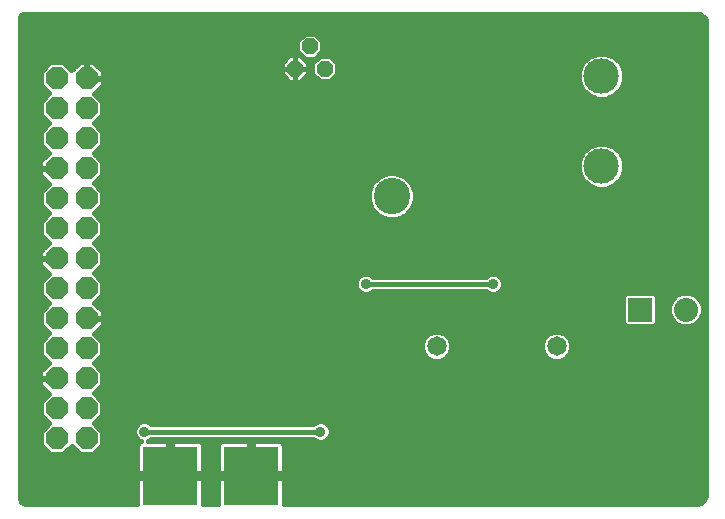
<source format=gbl>
G75*
%MOIN*%
%OFA0B0*%
%FSLAX24Y24*%
%IPPOS*%
%LPD*%
%AMOC8*
5,1,8,0,0,1.08239X$1,22.5*
%
%ADD10OC8,0.0740*%
%ADD11OC8,0.0520*%
%ADD12C,0.1181*%
%ADD13C,0.1210*%
%ADD14C,0.0650*%
%ADD15R,0.0800X0.0800*%
%ADD16C,0.0800*%
%ADD17R,0.1831X0.1969*%
%ADD18C,0.0160*%
%ADD19C,0.0356*%
D10*
X002050Y002770D03*
X003050Y002770D03*
X003050Y003770D03*
X002050Y003770D03*
X002050Y004770D03*
X003050Y004770D03*
X003050Y005770D03*
X002050Y005770D03*
X002050Y006770D03*
X003050Y006770D03*
X003050Y007770D03*
X002050Y007770D03*
X002050Y008770D03*
X003050Y008770D03*
X003050Y009770D03*
X002050Y009770D03*
X002050Y010770D03*
X003050Y010770D03*
X003050Y011770D03*
X002050Y011770D03*
X002050Y012770D03*
X003050Y012770D03*
X003050Y013770D03*
X002050Y013770D03*
X002050Y014770D03*
X003050Y014770D03*
D11*
X009990Y015090D03*
X010490Y015840D03*
X010990Y015090D03*
D12*
X020214Y014841D03*
X020214Y011837D03*
D13*
X013222Y010837D03*
D14*
X014718Y005837D03*
X018718Y005837D03*
D15*
X021505Y007055D03*
D16*
X023023Y007055D03*
D17*
X008528Y001517D03*
X005832Y001517D03*
D18*
X000856Y000665D02*
X000824Y000742D01*
X000820Y000784D01*
X000820Y016768D01*
X000825Y016802D01*
X000859Y016862D01*
X000919Y016897D01*
X000954Y016901D01*
X023439Y016901D01*
X023488Y016896D01*
X023579Y016859D01*
X023648Y016790D01*
X023685Y016699D01*
X023690Y016650D01*
X023690Y000902D01*
X023684Y000837D01*
X023634Y000717D01*
X023543Y000626D01*
X023423Y000576D01*
X023358Y000570D01*
X009624Y000570D01*
X009624Y001437D01*
X008608Y001437D01*
X008608Y001597D01*
X008448Y001597D01*
X008448Y001437D01*
X007433Y001437D01*
X007433Y000570D01*
X006927Y000570D01*
X006927Y001437D01*
X005912Y001437D01*
X005912Y001597D01*
X006927Y001597D01*
X006927Y002525D01*
X006915Y002571D01*
X006891Y002612D01*
X006857Y002645D01*
X006816Y002669D01*
X006771Y002681D01*
X005912Y002681D01*
X005912Y001597D01*
X005752Y001597D01*
X005752Y002681D01*
X005103Y002681D01*
X005164Y002706D01*
X005210Y002753D01*
X010606Y002753D01*
X010653Y002706D01*
X010777Y002655D01*
X010912Y002655D01*
X011036Y002706D01*
X011131Y002801D01*
X011183Y002926D01*
X011183Y003060D01*
X011131Y003185D01*
X011036Y003280D01*
X010912Y003331D01*
X010777Y003331D01*
X010653Y003280D01*
X010606Y003233D01*
X005210Y003233D01*
X005164Y003280D01*
X005039Y003331D01*
X004905Y003331D01*
X004780Y003280D01*
X004685Y003185D01*
X004634Y003060D01*
X004634Y002926D01*
X004685Y002801D01*
X004780Y002706D01*
X004861Y002673D01*
X004847Y002669D01*
X004806Y002645D01*
X004772Y002612D01*
X004748Y002571D01*
X004736Y002525D01*
X004736Y001597D01*
X005752Y001597D01*
X005752Y001437D01*
X004736Y001437D01*
X004736Y000570D01*
X001034Y000570D01*
X000992Y000574D01*
X000915Y000606D01*
X000856Y000665D01*
X000865Y000656D02*
X004736Y000656D01*
X004736Y000814D02*
X000820Y000814D01*
X000820Y000973D02*
X004736Y000973D01*
X004736Y001131D02*
X000820Y001131D01*
X000820Y001290D02*
X004736Y001290D01*
X004736Y001607D02*
X000820Y001607D01*
X000820Y001765D02*
X004736Y001765D01*
X004736Y001924D02*
X000820Y001924D01*
X000820Y002082D02*
X004736Y002082D01*
X004736Y002241D02*
X003270Y002241D01*
X003270Y002240D02*
X003580Y002550D01*
X003580Y002990D01*
X003300Y003270D01*
X003580Y003550D01*
X003580Y003990D01*
X003300Y004270D01*
X003580Y004550D01*
X003580Y004990D01*
X003300Y005270D01*
X003580Y005550D01*
X003580Y005990D01*
X003314Y006256D01*
X003600Y006542D01*
X003600Y006750D01*
X003070Y006750D01*
X003070Y006790D01*
X003600Y006790D01*
X003600Y006998D01*
X003314Y007284D01*
X003580Y007550D01*
X003580Y007990D01*
X003300Y008270D01*
X003580Y008550D01*
X003580Y008990D01*
X003300Y009270D01*
X003580Y009550D01*
X003580Y009990D01*
X003300Y010270D01*
X003580Y010550D01*
X003580Y010990D01*
X003300Y011270D01*
X003580Y011550D01*
X003580Y011990D01*
X003300Y012270D01*
X003580Y012550D01*
X003580Y012990D01*
X003300Y013270D01*
X003580Y013550D01*
X003580Y013990D01*
X003314Y014256D01*
X003600Y014542D01*
X003600Y014750D01*
X003070Y014750D01*
X003070Y014790D01*
X003600Y014790D01*
X003600Y014998D01*
X003278Y015320D01*
X003070Y015320D01*
X003070Y014790D01*
X003030Y014790D01*
X003030Y015320D01*
X002822Y015320D01*
X002536Y015034D01*
X002270Y015300D01*
X001830Y015300D01*
X001520Y014990D01*
X001520Y014550D01*
X001800Y014270D01*
X001520Y013990D01*
X001520Y013550D01*
X001800Y013270D01*
X001520Y012990D01*
X001520Y012550D01*
X001786Y012284D01*
X001500Y011998D01*
X001500Y011790D01*
X002030Y011790D01*
X002030Y011750D01*
X001500Y011750D01*
X001500Y011542D01*
X001786Y011256D01*
X001520Y010990D01*
X001520Y010550D01*
X001800Y010270D01*
X001520Y009990D01*
X001520Y009550D01*
X001786Y009284D01*
X001500Y008998D01*
X001500Y008790D01*
X002030Y008790D01*
X002030Y008750D01*
X001500Y008750D01*
X001500Y008542D01*
X001786Y008256D01*
X001520Y007990D01*
X001520Y007550D01*
X001800Y007270D01*
X001520Y006990D01*
X001520Y006550D01*
X001800Y006270D01*
X001520Y005990D01*
X001520Y005550D01*
X001786Y005284D01*
X001500Y004998D01*
X001500Y004790D01*
X002030Y004790D01*
X002030Y004750D01*
X001500Y004750D01*
X001500Y004542D01*
X001786Y004256D01*
X001520Y003990D01*
X001520Y003550D01*
X001800Y003270D01*
X001520Y002990D01*
X001520Y002550D01*
X001830Y002240D01*
X002270Y002240D01*
X002550Y002520D01*
X002830Y002240D01*
X003270Y002240D01*
X003429Y002399D02*
X004736Y002399D01*
X004745Y002558D02*
X003580Y002558D01*
X003580Y002716D02*
X004771Y002716D01*
X004655Y002875D02*
X003580Y002875D01*
X003537Y003033D02*
X004634Y003033D01*
X004692Y003192D02*
X003378Y003192D01*
X003380Y003350D02*
X023690Y003350D01*
X023690Y003192D02*
X011124Y003192D01*
X011183Y003033D02*
X023690Y003033D01*
X023690Y002875D02*
X011161Y002875D01*
X011046Y002716D02*
X023690Y002716D01*
X023690Y002558D02*
X009615Y002558D01*
X009612Y002571D02*
X009588Y002612D01*
X009554Y002645D01*
X009513Y002669D01*
X009467Y002681D01*
X008608Y002681D01*
X008608Y001597D01*
X009624Y001597D01*
X009624Y002525D01*
X009612Y002571D01*
X009624Y002399D02*
X023690Y002399D01*
X023690Y002241D02*
X009624Y002241D01*
X009624Y002082D02*
X023690Y002082D01*
X023690Y001924D02*
X009624Y001924D01*
X009624Y001765D02*
X023690Y001765D01*
X023690Y001607D02*
X009624Y001607D01*
X009624Y001290D02*
X023690Y001290D01*
X023690Y001448D02*
X008608Y001448D01*
X008608Y001607D02*
X008448Y001607D01*
X008448Y001597D02*
X008448Y002681D01*
X007589Y002681D01*
X007544Y002669D01*
X007503Y002645D01*
X007469Y002612D01*
X007445Y002571D01*
X007433Y002525D01*
X007433Y001597D01*
X008448Y001597D01*
X008448Y001448D02*
X005912Y001448D01*
X005912Y001607D02*
X005752Y001607D01*
X005752Y001765D02*
X005912Y001765D01*
X005912Y001924D02*
X005752Y001924D01*
X005752Y002082D02*
X005912Y002082D01*
X005912Y002241D02*
X005752Y002241D01*
X005752Y002399D02*
X005912Y002399D01*
X005912Y002558D02*
X005752Y002558D01*
X005173Y002716D02*
X010643Y002716D01*
X010845Y002993D02*
X004972Y002993D01*
X003538Y003509D02*
X023690Y003509D01*
X023690Y003667D02*
X003580Y003667D01*
X003580Y003826D02*
X023690Y003826D01*
X023690Y003984D02*
X003580Y003984D01*
X003427Y004143D02*
X023690Y004143D01*
X023690Y004301D02*
X003331Y004301D01*
X003489Y004460D02*
X023690Y004460D01*
X023690Y004618D02*
X003580Y004618D01*
X003580Y004777D02*
X023690Y004777D01*
X023690Y004935D02*
X003580Y004935D01*
X003476Y005094D02*
X023690Y005094D01*
X023690Y005252D02*
X003318Y005252D01*
X003440Y005411D02*
X014480Y005411D01*
X014443Y005426D02*
X014307Y005562D01*
X014233Y005740D01*
X014233Y005933D01*
X014307Y006111D01*
X014443Y006248D01*
X014621Y006321D01*
X014814Y006321D01*
X014992Y006248D01*
X015129Y006111D01*
X015202Y005933D01*
X015202Y005740D01*
X015129Y005562D01*
X014992Y005426D01*
X014814Y005352D01*
X014621Y005352D01*
X014443Y005426D01*
X014304Y005569D02*
X003580Y005569D01*
X003580Y005728D02*
X014238Y005728D01*
X014233Y005886D02*
X003580Y005886D01*
X003525Y006045D02*
X014279Y006045D01*
X014398Y006203D02*
X003367Y006203D01*
X003419Y006362D02*
X023690Y006362D01*
X023690Y006520D02*
X023195Y006520D01*
X023134Y006495D02*
X023340Y006580D01*
X023498Y006738D01*
X023583Y006944D01*
X023583Y007166D01*
X023498Y007372D01*
X023340Y007530D01*
X023134Y007615D01*
X022912Y007615D01*
X022706Y007530D01*
X022548Y007372D01*
X022463Y007166D01*
X022463Y006944D01*
X022548Y006738D01*
X022706Y006580D01*
X022912Y006495D01*
X023134Y006495D01*
X022851Y006520D02*
X021996Y006520D01*
X021971Y006495D02*
X022065Y006589D01*
X022065Y007521D01*
X021971Y007615D01*
X021039Y007615D01*
X020945Y007521D01*
X020945Y006589D01*
X021039Y006495D01*
X021971Y006495D01*
X022065Y006679D02*
X022607Y006679D01*
X022507Y006837D02*
X022065Y006837D01*
X022065Y006996D02*
X022463Y006996D01*
X022463Y007154D02*
X022065Y007154D01*
X022065Y007313D02*
X022523Y007313D01*
X022647Y007471D02*
X022065Y007471D01*
X020945Y007471D02*
X003501Y007471D01*
X003580Y007630D02*
X012168Y007630D01*
X012168Y007629D02*
X012292Y007578D01*
X012427Y007578D01*
X012551Y007629D01*
X012598Y007676D01*
X016356Y007676D01*
X016402Y007629D01*
X016526Y007578D01*
X016661Y007578D01*
X016785Y007629D01*
X016880Y007724D01*
X016932Y007848D01*
X016932Y007983D01*
X016880Y008107D01*
X016785Y008202D01*
X016661Y008254D01*
X016526Y008254D01*
X016402Y008202D01*
X016356Y008156D01*
X012598Y008156D01*
X012551Y008202D01*
X012427Y008254D01*
X012292Y008254D01*
X012168Y008202D01*
X012073Y008107D01*
X012022Y007983D01*
X012022Y007848D01*
X012073Y007724D01*
X012168Y007629D01*
X012047Y007788D02*
X003580Y007788D01*
X003580Y007947D02*
X012022Y007947D01*
X012072Y008105D02*
X003465Y008105D01*
X003306Y008264D02*
X023690Y008264D01*
X023690Y008422D02*
X003452Y008422D01*
X003580Y008581D02*
X023690Y008581D01*
X023690Y008739D02*
X003580Y008739D01*
X003580Y008898D02*
X023690Y008898D01*
X023690Y009056D02*
X003514Y009056D01*
X003355Y009215D02*
X023690Y009215D01*
X023690Y009373D02*
X003403Y009373D01*
X003561Y009532D02*
X023690Y009532D01*
X023690Y009690D02*
X003580Y009690D01*
X003580Y009849D02*
X023690Y009849D01*
X023690Y010007D02*
X003563Y010007D01*
X003404Y010166D02*
X012843Y010166D01*
X012788Y010188D02*
X013069Y010072D01*
X013374Y010072D01*
X013655Y010188D01*
X013870Y010403D01*
X013987Y010685D01*
X013987Y010989D01*
X013870Y011270D01*
X013655Y011485D01*
X013374Y011602D01*
X013069Y011602D01*
X012788Y011485D01*
X012573Y011270D01*
X012457Y010989D01*
X012457Y010685D01*
X012573Y010403D01*
X012788Y010188D01*
X012652Y010324D02*
X003354Y010324D01*
X003512Y010483D02*
X012540Y010483D01*
X012475Y010641D02*
X003580Y010641D01*
X003580Y010800D02*
X012457Y010800D01*
X012457Y010958D02*
X003580Y010958D01*
X003453Y011117D02*
X012509Y011117D01*
X012578Y011275D02*
X003305Y011275D01*
X003463Y011434D02*
X012737Y011434D01*
X013046Y011592D02*
X003580Y011592D01*
X003580Y011751D02*
X019463Y011751D01*
X019463Y011687D02*
X019577Y011412D01*
X019789Y011200D01*
X020064Y011086D01*
X020363Y011086D01*
X020639Y011200D01*
X020850Y011412D01*
X020964Y011687D01*
X020964Y011986D01*
X020850Y012262D01*
X020639Y012473D01*
X020363Y012587D01*
X020064Y012587D01*
X019789Y012473D01*
X019577Y012262D01*
X019463Y011986D01*
X019463Y011687D01*
X019503Y011592D02*
X013397Y011592D01*
X013707Y011434D02*
X019568Y011434D01*
X019714Y011275D02*
X013865Y011275D01*
X013934Y011117D02*
X019991Y011117D01*
X020436Y011117D02*
X023690Y011117D01*
X023690Y011275D02*
X020713Y011275D01*
X020859Y011434D02*
X023690Y011434D01*
X023690Y011592D02*
X020925Y011592D01*
X020964Y011751D02*
X023690Y011751D01*
X023690Y011909D02*
X020964Y011909D01*
X020930Y012068D02*
X023690Y012068D01*
X023690Y012226D02*
X020865Y012226D01*
X020727Y012385D02*
X023690Y012385D01*
X023690Y012543D02*
X020470Y012543D01*
X019958Y012543D02*
X003573Y012543D01*
X003580Y012702D02*
X023690Y012702D01*
X023690Y012860D02*
X003580Y012860D01*
X003551Y013019D02*
X023690Y013019D01*
X023690Y013177D02*
X003393Y013177D01*
X003365Y013336D02*
X023690Y013336D01*
X023690Y013494D02*
X003524Y013494D01*
X003580Y013653D02*
X023690Y013653D01*
X023690Y013811D02*
X003580Y013811D01*
X003580Y013970D02*
X023690Y013970D01*
X023690Y014128D02*
X020455Y014128D01*
X020363Y014090D02*
X020639Y014204D01*
X020850Y014415D01*
X020964Y014691D01*
X020964Y014990D01*
X020850Y015266D01*
X020639Y015477D01*
X020363Y015591D01*
X020064Y015591D01*
X019789Y015477D01*
X019577Y015266D01*
X019463Y014990D01*
X019463Y014691D01*
X019577Y014415D01*
X019789Y014204D01*
X020064Y014090D01*
X020363Y014090D01*
X019973Y014128D02*
X003442Y014128D01*
X003344Y014287D02*
X019706Y014287D01*
X019565Y014445D02*
X003503Y014445D01*
X003600Y014604D02*
X019500Y014604D01*
X019463Y014762D02*
X011256Y014762D01*
X011164Y014670D02*
X011410Y014916D01*
X011410Y015264D01*
X011164Y015510D01*
X010816Y015510D01*
X010570Y015264D01*
X010570Y014916D01*
X010816Y014670D01*
X011164Y014670D01*
X010724Y014762D02*
X010284Y014762D01*
X010172Y014650D02*
X010430Y014908D01*
X010430Y015090D01*
X010430Y015272D01*
X010172Y015530D01*
X009990Y015530D01*
X009990Y015090D01*
X010430Y015090D01*
X009990Y015090D01*
X009990Y015090D01*
X009990Y015090D01*
X009990Y014650D01*
X010172Y014650D01*
X009990Y014650D02*
X009990Y015090D01*
X009990Y015090D01*
X009990Y015090D01*
X009550Y015090D01*
X009550Y015272D01*
X009808Y015530D01*
X009990Y015530D01*
X009990Y015090D01*
X009550Y015090D01*
X009550Y014908D01*
X009808Y014650D01*
X009990Y014650D01*
X009990Y014762D02*
X009990Y014762D01*
X009990Y014921D02*
X009990Y014921D01*
X009990Y015079D02*
X009990Y015079D01*
X009990Y015238D02*
X009990Y015238D01*
X009990Y015396D02*
X009990Y015396D01*
X010182Y015555D02*
X000820Y015555D01*
X000820Y015713D02*
X010070Y015713D01*
X010070Y015666D02*
X010316Y015420D01*
X010664Y015420D01*
X010910Y015666D01*
X010910Y016014D01*
X010664Y016260D01*
X010316Y016260D01*
X010070Y016014D01*
X010070Y015666D01*
X010070Y015872D02*
X000820Y015872D01*
X000820Y016030D02*
X010086Y016030D01*
X010245Y016189D02*
X000820Y016189D01*
X000820Y016347D02*
X023690Y016347D01*
X023690Y016189D02*
X010735Y016189D01*
X010894Y016030D02*
X023690Y016030D01*
X023690Y015872D02*
X010910Y015872D01*
X010910Y015713D02*
X023690Y015713D01*
X023690Y015555D02*
X020451Y015555D01*
X019976Y015555D02*
X010798Y015555D01*
X010702Y015396D02*
X010306Y015396D01*
X010430Y015238D02*
X010570Y015238D01*
X010570Y015079D02*
X010430Y015079D01*
X010430Y014921D02*
X010570Y014921D01*
X011410Y014921D02*
X019463Y014921D01*
X019500Y015079D02*
X011410Y015079D01*
X011410Y015238D02*
X019566Y015238D01*
X019708Y015396D02*
X011278Y015396D01*
X009674Y015396D02*
X000820Y015396D01*
X000820Y015238D02*
X001768Y015238D01*
X001609Y015079D02*
X000820Y015079D01*
X000820Y014921D02*
X001520Y014921D01*
X001520Y014762D02*
X000820Y014762D01*
X000820Y014604D02*
X001520Y014604D01*
X001625Y014445D02*
X000820Y014445D01*
X000820Y014287D02*
X001784Y014287D01*
X001658Y014128D02*
X000820Y014128D01*
X000820Y013970D02*
X001520Y013970D01*
X001520Y013811D02*
X000820Y013811D01*
X000820Y013653D02*
X001520Y013653D01*
X001576Y013494D02*
X000820Y013494D01*
X000820Y013336D02*
X001735Y013336D01*
X001707Y013177D02*
X000820Y013177D01*
X000820Y013019D02*
X001549Y013019D01*
X001520Y012860D02*
X000820Y012860D01*
X000820Y012702D02*
X001520Y012702D01*
X001527Y012543D02*
X000820Y012543D01*
X000820Y012385D02*
X001686Y012385D01*
X001728Y012226D02*
X000820Y012226D01*
X000820Y012068D02*
X001570Y012068D01*
X001500Y011909D02*
X000820Y011909D01*
X000820Y011751D02*
X002030Y011751D01*
X001609Y011434D02*
X000820Y011434D01*
X000820Y011592D02*
X001500Y011592D01*
X001767Y011275D02*
X000820Y011275D01*
X000820Y011117D02*
X001647Y011117D01*
X001520Y010958D02*
X000820Y010958D01*
X000820Y010800D02*
X001520Y010800D01*
X001520Y010641D02*
X000820Y010641D01*
X000820Y010483D02*
X001588Y010483D01*
X001746Y010324D02*
X000820Y010324D01*
X000820Y010166D02*
X001696Y010166D01*
X001537Y010007D02*
X000820Y010007D01*
X000820Y009849D02*
X001520Y009849D01*
X001520Y009690D02*
X000820Y009690D01*
X000820Y009532D02*
X001539Y009532D01*
X001697Y009373D02*
X000820Y009373D01*
X000820Y009215D02*
X001717Y009215D01*
X001558Y009056D02*
X000820Y009056D01*
X000820Y008898D02*
X001500Y008898D01*
X001500Y008739D02*
X000820Y008739D01*
X000820Y008581D02*
X001500Y008581D01*
X001620Y008422D02*
X000820Y008422D01*
X000820Y008264D02*
X001779Y008264D01*
X001635Y008105D02*
X000820Y008105D01*
X000820Y007947D02*
X001520Y007947D01*
X001520Y007788D02*
X000820Y007788D01*
X000820Y007630D02*
X001520Y007630D01*
X001599Y007471D02*
X000820Y007471D01*
X000820Y007313D02*
X001758Y007313D01*
X001684Y007154D02*
X000820Y007154D01*
X000820Y006996D02*
X001526Y006996D01*
X001520Y006837D02*
X000820Y006837D01*
X000820Y006679D02*
X001520Y006679D01*
X001550Y006520D02*
X000820Y006520D01*
X000820Y006362D02*
X001709Y006362D01*
X001733Y006203D02*
X000820Y006203D01*
X000820Y006045D02*
X001575Y006045D01*
X001520Y005886D02*
X000820Y005886D01*
X000820Y005728D02*
X001520Y005728D01*
X001520Y005569D02*
X000820Y005569D01*
X000820Y005411D02*
X001660Y005411D01*
X001754Y005252D02*
X000820Y005252D01*
X000820Y005094D02*
X001596Y005094D01*
X001500Y004935D02*
X000820Y004935D01*
X000820Y004777D02*
X002030Y004777D01*
X001583Y004460D02*
X000820Y004460D01*
X000820Y004618D02*
X001500Y004618D01*
X001741Y004301D02*
X000820Y004301D01*
X000820Y004143D02*
X001673Y004143D01*
X001520Y003984D02*
X000820Y003984D01*
X000820Y003826D02*
X001520Y003826D01*
X001520Y003667D02*
X000820Y003667D01*
X000820Y003509D02*
X001562Y003509D01*
X001720Y003350D02*
X000820Y003350D01*
X000820Y003192D02*
X001722Y003192D01*
X001563Y003033D02*
X000820Y003033D01*
X000820Y002875D02*
X001520Y002875D01*
X001520Y002716D02*
X000820Y002716D01*
X000820Y002558D02*
X001520Y002558D01*
X001671Y002399D02*
X000820Y002399D01*
X000820Y002241D02*
X001830Y002241D01*
X002270Y002241D02*
X002830Y002241D01*
X002671Y002399D02*
X002429Y002399D01*
X000820Y001448D02*
X005752Y001448D01*
X006927Y001290D02*
X007433Y001290D01*
X007433Y001131D02*
X006927Y001131D01*
X006927Y000973D02*
X007433Y000973D01*
X007433Y000814D02*
X006927Y000814D01*
X006927Y000656D02*
X007433Y000656D01*
X007433Y001607D02*
X006927Y001607D01*
X006927Y001765D02*
X007433Y001765D01*
X007433Y001924D02*
X006927Y001924D01*
X006927Y002082D02*
X007433Y002082D01*
X007433Y002241D02*
X006927Y002241D01*
X006927Y002399D02*
X007433Y002399D01*
X007442Y002558D02*
X006918Y002558D01*
X008448Y002558D02*
X008608Y002558D01*
X008608Y002399D02*
X008448Y002399D01*
X008448Y002241D02*
X008608Y002241D01*
X008608Y002082D02*
X008448Y002082D01*
X008448Y001924D02*
X008608Y001924D01*
X008608Y001765D02*
X008448Y001765D01*
X009624Y001131D02*
X023690Y001131D01*
X023690Y000973D02*
X009624Y000973D01*
X009624Y000814D02*
X023674Y000814D01*
X023572Y000656D02*
X009624Y000656D01*
X014956Y005411D02*
X018480Y005411D01*
X018443Y005426D02*
X018621Y005352D01*
X018814Y005352D01*
X018992Y005426D01*
X019129Y005562D01*
X019202Y005740D01*
X019202Y005933D01*
X019129Y006111D01*
X018992Y006248D01*
X018814Y006321D01*
X018621Y006321D01*
X018443Y006248D01*
X018307Y006111D01*
X018233Y005933D01*
X018233Y005740D01*
X018307Y005562D01*
X018443Y005426D01*
X018304Y005569D02*
X015132Y005569D01*
X015197Y005728D02*
X018238Y005728D01*
X018233Y005886D02*
X015202Y005886D01*
X015156Y006045D02*
X018279Y006045D01*
X018398Y006203D02*
X015037Y006203D01*
X016402Y007630D02*
X012552Y007630D01*
X012360Y007916D02*
X016594Y007916D01*
X016907Y007788D02*
X023690Y007788D01*
X023690Y007630D02*
X016786Y007630D01*
X016932Y007947D02*
X023690Y007947D01*
X023690Y008105D02*
X016881Y008105D01*
X019037Y006203D02*
X023690Y006203D01*
X023690Y006045D02*
X019156Y006045D01*
X019202Y005886D02*
X023690Y005886D01*
X023690Y005728D02*
X019197Y005728D01*
X019132Y005569D02*
X023690Y005569D01*
X023690Y005411D02*
X018956Y005411D01*
X020945Y006679D02*
X003600Y006679D01*
X003600Y006837D02*
X020945Y006837D01*
X020945Y006996D02*
X003600Y006996D01*
X003444Y007154D02*
X020945Y007154D01*
X020945Y007313D02*
X003342Y007313D01*
X003578Y006520D02*
X021014Y006520D01*
X023438Y006679D02*
X023690Y006679D01*
X023690Y006837D02*
X023539Y006837D01*
X023583Y006996D02*
X023690Y006996D01*
X023690Y007154D02*
X023583Y007154D01*
X023522Y007313D02*
X023690Y007313D01*
X023690Y007471D02*
X023399Y007471D01*
X023690Y010166D02*
X013600Y010166D01*
X013791Y010324D02*
X023690Y010324D01*
X023690Y010483D02*
X013903Y010483D01*
X013969Y010641D02*
X023690Y010641D01*
X023690Y010800D02*
X013987Y010800D01*
X013987Y010958D02*
X023690Y010958D01*
X019700Y012385D02*
X003414Y012385D01*
X003344Y012226D02*
X019563Y012226D01*
X019497Y012068D02*
X003502Y012068D01*
X003580Y011909D02*
X019463Y011909D01*
X020721Y014287D02*
X023690Y014287D01*
X023690Y014445D02*
X020862Y014445D01*
X020928Y014604D02*
X023690Y014604D01*
X023690Y014762D02*
X020964Y014762D01*
X020964Y014921D02*
X023690Y014921D01*
X023690Y015079D02*
X020927Y015079D01*
X020862Y015238D02*
X023690Y015238D01*
X023690Y015396D02*
X020720Y015396D01*
X023615Y016823D02*
X000836Y016823D01*
X000820Y016664D02*
X023689Y016664D01*
X023690Y016506D02*
X000820Y016506D01*
X002332Y015238D02*
X002740Y015238D01*
X002581Y015079D02*
X002491Y015079D01*
X003030Y015079D02*
X003070Y015079D01*
X003070Y014921D02*
X003030Y014921D01*
X003070Y014762D02*
X009696Y014762D01*
X009550Y014921D02*
X003600Y014921D01*
X003519Y015079D02*
X009550Y015079D01*
X009550Y015238D02*
X003360Y015238D01*
X003070Y015238D02*
X003030Y015238D01*
D19*
X004579Y014665D03*
X004606Y013115D03*
X004597Y016141D03*
X011527Y013838D03*
X017323Y009801D03*
X016594Y007916D03*
X012360Y007916D03*
X010011Y006799D03*
X008597Y005784D03*
X007053Y004842D03*
X004972Y002993D03*
X004271Y005587D03*
X010845Y002993D03*
M02*

</source>
